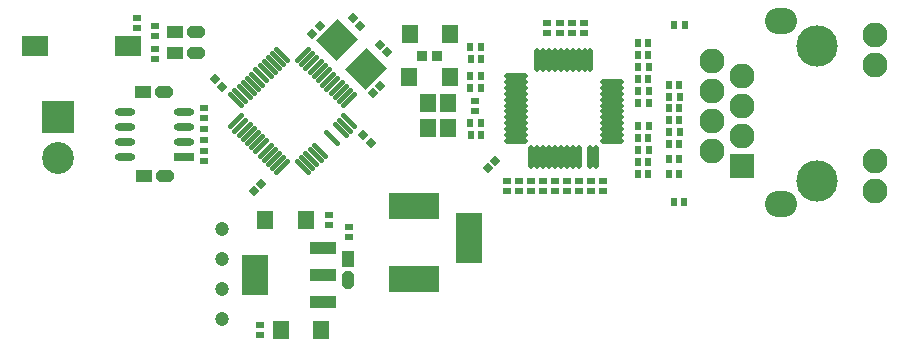
<source format=gts>
G04*
G04 #@! TF.GenerationSoftware,Altium Limited,Altium Designer,18.1.9 (240)*
G04*
G04 Layer_Color=8388736*
%FSLAX25Y25*%
%MOIN*%
G70*
G01*
G75*
%ADD40R,0.05524X0.06312*%
%ADD41R,0.02375X0.02769*%
G04:AMPARAMS|DCode=42|XSize=17.84mil|YSize=69.02mil|CornerRadius=0mil|HoleSize=0mil|Usage=FLASHONLY|Rotation=315.000|XOffset=0mil|YOffset=0mil|HoleType=Round|Shape=Round|*
%AMOVALD42*
21,1,0.05118,0.01784,0.00000,0.00000,45.0*
1,1,0.01784,-0.01810,-0.01810*
1,1,0.01784,0.01810,0.01810*
%
%ADD42OVALD42*%

G04:AMPARAMS|DCode=43|XSize=17.84mil|YSize=69.02mil|CornerRadius=0mil|HoleSize=0mil|Usage=FLASHONLY|Rotation=225.000|XOffset=0mil|YOffset=0mil|HoleType=Round|Shape=Round|*
%AMOVALD43*
21,1,0.05118,0.01784,0.00000,0.00000,315.0*
1,1,0.01784,-0.01810,0.01810*
1,1,0.01784,0.01810,-0.01810*
%
%ADD43OVALD43*%

G04:AMPARAMS|DCode=44|XSize=23.75mil|YSize=27.69mil|CornerRadius=0mil|HoleSize=0mil|Usage=FLASHONLY|Rotation=225.000|XOffset=0mil|YOffset=0mil|HoleType=Round|Shape=Rectangle|*
%AMROTATEDRECTD44*
4,1,4,-0.00139,0.01818,0.01818,-0.00139,0.00139,-0.01818,-0.01818,0.00139,-0.00139,0.01818,0.0*
%
%ADD44ROTATEDRECTD44*%

%ADD45R,0.05524X0.05918*%
%ADD46R,0.02769X0.02375*%
%ADD47R,0.03800X0.03300*%
%ADD48O,0.01900X0.07887*%
%ADD49O,0.07887X0.01900*%
G04:AMPARAMS|DCode=50|XSize=102.49mil|YSize=94.61mil|CornerRadius=0mil|HoleSize=0mil|Usage=FLASHONLY|Rotation=225.000|XOffset=0mil|YOffset=0mil|HoleType=Round|Shape=Rectangle|*
%AMROTATEDRECTD50*
4,1,4,0.00278,0.06969,0.06969,0.00278,-0.00278,-0.06969,-0.06969,-0.00278,0.00278,0.06969,0.0*
%
%ADD50ROTATEDRECTD50*%

G04:AMPARAMS|DCode=51|XSize=23.75mil|YSize=27.69mil|CornerRadius=0mil|HoleSize=0mil|Usage=FLASHONLY|Rotation=135.000|XOffset=0mil|YOffset=0mil|HoleType=Round|Shape=Rectangle|*
%AMROTATEDRECTD51*
4,1,4,0.01818,0.00139,-0.00139,-0.01818,-0.01818,-0.00139,0.00139,0.01818,0.01818,0.00139,0.0*
%
%ADD51ROTATEDRECTD51*%

%ADD52R,0.08674X0.06706*%
%ADD53R,0.05800X0.04300*%
G04:AMPARAMS|DCode=54|XSize=58mil|YSize=43mil|CornerRadius=0mil|HoleSize=0mil|Usage=FLASHONLY|Rotation=0.000|XOffset=0mil|YOffset=0mil|HoleType=Round|Shape=Octagon|*
%AMOCTAGOND54*
4,1,8,0.02900,-0.01075,0.02900,0.01075,0.01825,0.02150,-0.01825,0.02150,-0.02900,0.01075,-0.02900,-0.01075,-0.01825,-0.02150,0.01825,-0.02150,0.02900,-0.01075,0.0*
%
%ADD54OCTAGOND54*%

%ADD55C,0.04737*%
%ADD56R,0.06706X0.02769*%
%ADD57O,0.06706X0.02769*%
%ADD58R,0.04300X0.05800*%
G04:AMPARAMS|DCode=59|XSize=58mil|YSize=43mil|CornerRadius=0mil|HoleSize=0mil|Usage=FLASHONLY|Rotation=270.000|XOffset=0mil|YOffset=0mil|HoleType=Round|Shape=Octagon|*
%AMOCTAGOND59*
4,1,8,-0.01075,-0.02900,0.01075,-0.02900,0.02150,-0.01825,0.02150,0.01825,0.01075,0.02900,-0.01075,0.02900,-0.02150,0.01825,-0.02150,-0.01825,-0.01075,-0.02900,0.0*
%
%ADD59OCTAGOND59*%

%ADD60R,0.09068X0.13398*%
%ADD61R,0.09068X0.04343*%
%ADD62R,0.08300X0.08300*%
%ADD63C,0.08300*%
%ADD64O,0.10643X0.08674*%
%ADD65C,0.13800*%
%ADD66R,0.10642X0.10642*%
%ADD67C,0.10642*%
%ADD68R,0.16548X0.08674*%
%ADD69R,0.08674X0.16548*%
D40*
X426793Y241829D02*
D03*
X413407D02*
D03*
X426600Y227453D02*
D03*
X413214D02*
D03*
X370507Y143200D02*
D03*
X383893Y143200D02*
D03*
X378593Y179900D02*
D03*
X365207Y179900D02*
D03*
D41*
X499825Y209200D02*
D03*
X503368Y209200D02*
D03*
X489529Y235048D02*
D03*
X492875D02*
D03*
X489529Y239048D02*
D03*
X492875D02*
D03*
X503171Y205200D02*
D03*
X499825D02*
D03*
Y225100D02*
D03*
X503171D02*
D03*
X504900Y186100D02*
D03*
X501357Y186100D02*
D03*
X504971Y244900D02*
D03*
X501428Y244900D02*
D03*
X489529Y222948D02*
D03*
X493072Y222947D02*
D03*
X499825Y213200D02*
D03*
X503171D02*
D03*
X499825Y217200D02*
D03*
X503171D02*
D03*
X489529Y203400D02*
D03*
X493072Y203400D02*
D03*
X493071Y231047D02*
D03*
X489528Y231047D02*
D03*
X493071Y211411D02*
D03*
X489528Y211411D02*
D03*
X489529Y207400D02*
D03*
X492875D02*
D03*
X493071Y218947D02*
D03*
X489528Y218947D02*
D03*
X503071Y195200D02*
D03*
X499725D02*
D03*
X503171Y200300D02*
D03*
X499825D02*
D03*
X433533Y237572D02*
D03*
X437076Y237571D02*
D03*
X436975Y227971D02*
D03*
X433432Y227971D02*
D03*
X437075Y233571D02*
D03*
X433729D02*
D03*
X489529Y226948D02*
D03*
X492875D02*
D03*
X489529Y199400D02*
D03*
X492875D02*
D03*
X489529Y195300D02*
D03*
X492875D02*
D03*
X433629Y208372D02*
D03*
X436975D02*
D03*
Y223871D02*
D03*
X433432Y223871D02*
D03*
X436975Y212371D02*
D03*
X433432Y212371D02*
D03*
X499825Y221100D02*
D03*
X503368Y221100D02*
D03*
D42*
X393090Y219779D02*
D03*
X391698Y221171D02*
D03*
X390306Y222563D02*
D03*
X388914Y223955D02*
D03*
X387522Y225346D02*
D03*
X386130Y226739D02*
D03*
X384738Y228130D02*
D03*
X383347Y229522D02*
D03*
X381955Y230914D02*
D03*
X380563Y232306D02*
D03*
X379171Y233698D02*
D03*
X377779Y235090D02*
D03*
X355510Y212821D02*
D03*
X356902Y211429D02*
D03*
X358294Y210037D02*
D03*
X359686Y208645D02*
D03*
X361078Y207254D02*
D03*
X362470Y205862D02*
D03*
X363861Y204470D02*
D03*
X365253Y203078D02*
D03*
X366645Y201686D02*
D03*
X368037Y200294D02*
D03*
X369429Y198902D02*
D03*
X370821Y197510D02*
D03*
D43*
Y235090D02*
D03*
X369429Y233698D02*
D03*
X368037Y232306D02*
D03*
X366645Y230914D02*
D03*
X365253Y229522D02*
D03*
X363861Y228130D02*
D03*
X362470Y226739D02*
D03*
X361078Y225346D02*
D03*
X359686Y223955D02*
D03*
X358294Y222563D02*
D03*
X356902Y221171D02*
D03*
X355510Y219779D02*
D03*
X377779Y197510D02*
D03*
X379171Y198902D02*
D03*
X380563Y200294D02*
D03*
X381955Y201686D02*
D03*
X383347Y203078D02*
D03*
X387522Y207254D02*
D03*
X390306Y210037D02*
D03*
X391698Y211429D02*
D03*
X393090Y212821D02*
D03*
D44*
X380847Y241948D02*
D03*
X383353Y244453D02*
D03*
X439447Y197148D02*
D03*
X441814Y199514D02*
D03*
X403453Y224752D02*
D03*
X400947Y222247D02*
D03*
X363800Y192000D02*
D03*
X361295Y189495D02*
D03*
D45*
X419253Y210566D02*
D03*
Y218834D02*
D03*
X425947D02*
D03*
Y210566D02*
D03*
D46*
X459200Y245700D02*
D03*
X459200Y242157D02*
D03*
X467400Y245700D02*
D03*
X467400Y242157D02*
D03*
X471500Y245700D02*
D03*
X471500Y242157D02*
D03*
X463300Y245700D02*
D03*
X463300Y242157D02*
D03*
X445628Y189500D02*
D03*
X445628Y192847D02*
D03*
X435200Y216400D02*
D03*
Y219746D02*
D03*
X477700Y189500D02*
D03*
Y192847D02*
D03*
X473700Y189500D02*
D03*
Y192847D02*
D03*
X469700Y189500D02*
D03*
Y192847D02*
D03*
X465700Y189500D02*
D03*
Y192847D02*
D03*
X461700Y189500D02*
D03*
Y192847D02*
D03*
X457700Y189500D02*
D03*
Y192847D02*
D03*
X453655Y189500D02*
D03*
Y192847D02*
D03*
X449700Y189500D02*
D03*
X449700Y192847D02*
D03*
X322500Y247171D02*
D03*
X322500Y243825D02*
D03*
X344599Y199726D02*
D03*
Y203072D02*
D03*
X344600Y210221D02*
D03*
X344600Y206678D02*
D03*
X328400Y236900D02*
D03*
Y233554D02*
D03*
X328500Y241229D02*
D03*
X328500Y244575D02*
D03*
X344600Y217221D02*
D03*
Y213875D02*
D03*
X393100Y174229D02*
D03*
X393100Y177575D02*
D03*
X363300Y141529D02*
D03*
X363300Y145072D02*
D03*
X386300Y178129D02*
D03*
X386300Y181672D02*
D03*
D47*
X417300Y234700D02*
D03*
X422300D02*
D03*
D48*
X475527Y201055D02*
D03*
X473558D02*
D03*
X469621Y201055D02*
D03*
X467653D02*
D03*
X465684D02*
D03*
X463716D02*
D03*
X461747Y201055D02*
D03*
X459779D02*
D03*
X457810Y201055D02*
D03*
X455842D02*
D03*
X453873D02*
D03*
X455842Y233145D02*
D03*
X457810D02*
D03*
X459779D02*
D03*
X461747D02*
D03*
X463716D02*
D03*
X465684D02*
D03*
X467653D02*
D03*
X469621D02*
D03*
X471590D02*
D03*
X473558D02*
D03*
D49*
X448655Y206273D02*
D03*
Y208242D02*
D03*
X448655Y210210D02*
D03*
Y212179D02*
D03*
X448655Y214147D02*
D03*
Y216116D02*
D03*
Y218084D02*
D03*
Y220053D02*
D03*
Y222021D02*
D03*
X448655Y223990D02*
D03*
Y225958D02*
D03*
Y227927D02*
D03*
X480745Y225958D02*
D03*
Y223990D02*
D03*
Y222021D02*
D03*
Y220053D02*
D03*
Y218084D02*
D03*
Y216116D02*
D03*
Y214147D02*
D03*
Y212179D02*
D03*
Y210210D02*
D03*
Y208242D02*
D03*
X480745Y206273D02*
D03*
D50*
X389028Y239962D02*
D03*
X398772Y230218D02*
D03*
D51*
X403348Y238153D02*
D03*
X405714Y235787D02*
D03*
X396752Y244747D02*
D03*
X394247Y247253D02*
D03*
X397848Y208253D02*
D03*
X400353Y205747D02*
D03*
X350752Y224347D02*
D03*
X348247Y226853D02*
D03*
D52*
X319528Y237861D02*
D03*
X288297Y237783D02*
D03*
D53*
X324700Y194626D02*
D03*
X335101Y235726D02*
D03*
X335101Y242626D02*
D03*
X324301Y222447D02*
D03*
D54*
X331700Y194626D02*
D03*
X342101Y235726D02*
D03*
X342101Y242626D02*
D03*
X331300Y222447D02*
D03*
D55*
X350700Y176900D02*
D03*
Y166900D02*
D03*
Y156900D02*
D03*
Y146900D02*
D03*
D03*
D56*
X338042Y201021D02*
D03*
D57*
Y206021D02*
D03*
Y211021D02*
D03*
Y216021D02*
D03*
X318357Y201021D02*
D03*
Y206021D02*
D03*
Y211021D02*
D03*
Y216021D02*
D03*
D58*
X392726Y166999D02*
D03*
D59*
Y160000D02*
D03*
D60*
X361879Y161500D02*
D03*
D61*
X384320Y170555D02*
D03*
Y161500D02*
D03*
Y152445D02*
D03*
D62*
X524200Y198100D02*
D03*
D63*
X514200Y203100D02*
D03*
X524200Y208100D02*
D03*
X514200Y213100D02*
D03*
X524200Y218100D02*
D03*
X514200Y223100D02*
D03*
X524200Y228100D02*
D03*
X514200Y233100D02*
D03*
X568491Y189517D02*
D03*
Y199517D02*
D03*
Y231682D02*
D03*
Y241682D02*
D03*
D64*
X537192Y185304D02*
D03*
Y246249D02*
D03*
D65*
X549200Y193100D02*
D03*
Y238100D02*
D03*
D66*
X296100Y214411D02*
D03*
D67*
Y200631D02*
D03*
D68*
X414600Y184709D02*
D03*
Y160300D02*
D03*
D69*
X433104Y174080D02*
D03*
M02*

</source>
